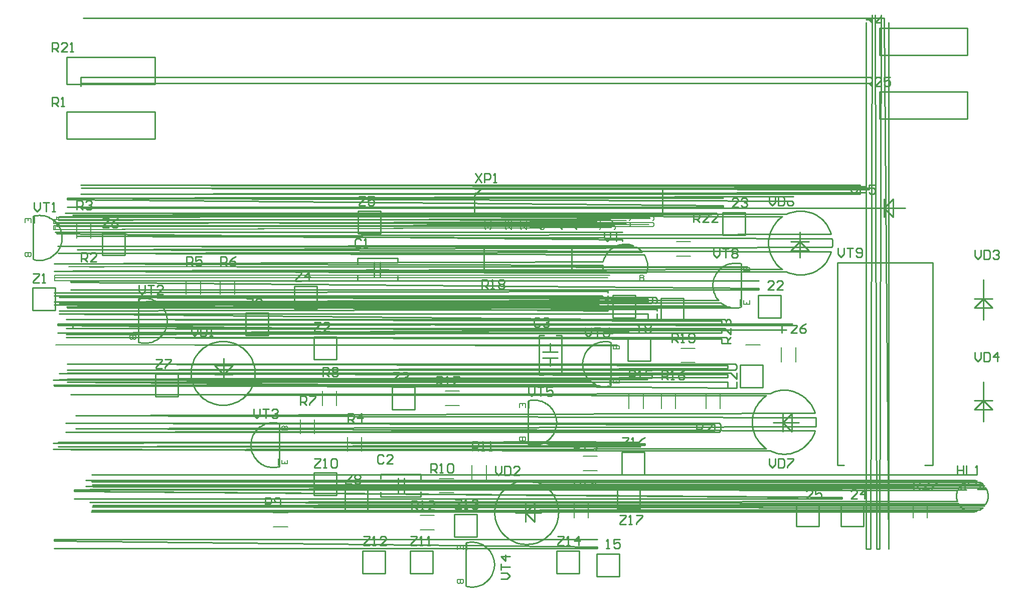
<source format=gto>
%FSTAX23Y23*%
%MOMM*%
%SFA1B1*%

%IPPOS*%
%ADD19C,0.253999*%
%ADD20C,0.200000*%
%ADD21R,0.127000X1.269997*%
%ADD22R,1.269997X0.127000*%
%LNpcbbyb2aver3-1*%
%LPD*%
G54D19*
X138897Y31499D02*
D01*
X138884Y31876*
X138845Y32251*
X13878Y32622*
X138688Y32987*
X138572Y33346*
X138431Y33695*
X138266Y34034*
X138077Y3436*
X137867Y34672*
X137635Y34969*
X137382Y35249*
X137111Y35511*
X136823Y35753*
X136518Y35975*
X136198Y36174*
X135866Y36351*
X135522Y36504*
X135168Y36633*
X134805Y36737*
X134437Y36815*
X134064Y36868*
X133688Y36894*
X133311*
X132935Y36868*
X132562Y36815*
X132194Y36737*
X131831Y36633*
X131477Y36504*
X131133Y36351*
X1308Y36174*
X130481Y35975*
X130176Y35753*
X129888Y35511*
X129616Y35249*
X129364Y34969*
X129132Y34672*
X128922Y3436*
X128733Y34034*
X128568Y33695*
X128427Y33346*
X128311Y32987*
X128219Y32622*
X128154Y32251*
X128115Y31876*
X128101Y31499*
X128115Y31123*
X128154Y30748*
X128219Y30377*
X128311Y30012*
X128427Y29653*
X128568Y29304*
X128733Y28965*
X128922Y28639*
X129132Y28327*
X129364Y2803*
X129616Y2775*
X129888Y27488*
X130176Y27246*
X130481Y27024*
X1308Y26825*
X131133Y26648*
X131477Y26495*
X131831Y26366*
X132194Y26262*
X132562Y26183*
X132935Y26131*
X133311Y26105*
X133688*
X134064Y26131*
X134437Y26183*
X134805Y26262*
X135168Y26366*
X135522Y26495*
X135866Y26648*
X136198Y26825*
X136518Y27024*
X136823Y27246*
X137111Y27488*
X137382Y2775*
X137635Y2803*
X137867Y28327*
X138077Y28639*
X138266Y28965*
X138431Y29304*
X138572Y29653*
X138688Y30012*
X13878Y30377*
X138845Y30748*
X138884Y31123*
X138897Y31499*
X79729Y0378D02*
D01*
X79987Y03717*
X80248Y03672*
X80511Y03645*
X80776Y03637*
X8104Y03647*
X81303Y03676*
X81564Y03723*
X81821Y03787*
X82072Y0387*
X82318Y0397*
X82555Y04087*
X82784Y0422*
X83003Y04369*
X83211Y04533*
X83407Y0471*
X83591Y04901*
X8376Y05105*
X83915Y0532*
X84055Y05545*
X84178Y05779*
X84285Y06021*
X84375Y0627*
X84447Y06525*
X84501Y06784*
X84537Y07047*
X84555Y07311*
X84554Y07576*
X84535Y0784*
X84497Y08102*
X84441Y08361*
X84367Y08615*
X84276Y08863*
X84167Y09105*
X84042Y09338*
X83901Y09562*
X83745Y09776*
X83574Y09978*
X83389Y10168*
X83192Y10345*
X82983Y10507*
X82763Y10654*
X82533Y10786*
X82295Y10901*
X82049Y11*
X81797Y11081*
X8154Y11144*
X81279Y11189*
X81015Y11216*
X80751Y11224*
X80486Y11214*
X80223Y11186*
X79962Y11139*
X79733Y11082*
X126269Y58218D02*
D01*
X126012Y58282*
X125751Y58327*
X125488Y58354*
X125223Y58362*
X124959Y58352*
X124695Y58323*
X124435Y58276*
X124178Y58212*
X123927Y58129*
X123681Y58029*
X123444Y57912*
X123215Y57779*
X122996Y5763*
X122788Y57466*
X122592Y57289*
X122408Y57097*
X122239Y56894*
X122084Y56679*
X121944Y56454*
X121821Y5622*
X121714Y55978*
X121624Y55729*
X121552Y55474*
X121498Y55215*
X121462Y54952*
X121444Y54688*
X121445Y54423*
X121464Y54159*
X121502Y53897*
X121558Y53638*
X121632Y53384*
X121723Y53136*
X121832Y52894*
X121957Y52661*
X122098Y52437*
X122254Y52223*
X122425Y52021*
X12261Y51831*
X122807Y51654*
X123016Y51492*
X123236Y51345*
X123466Y51213*
X123704Y51098*
X12395Y50999*
X124202Y50918*
X124459Y50855*
X12472Y5081*
X124984Y50783*
X125248Y50775*
X125513Y50785*
X125776Y50813*
X126037Y5086*
X126265Y50917*
X110278Y56729D02*
D01*
X110342Y56987*
X110387Y57248*
X110414Y57511*
X110422Y57776*
X110412Y5804*
X110383Y58303*
X110336Y58564*
X110272Y58821*
X110189Y59072*
X110089Y59318*
X109972Y59555*
X109839Y59784*
X10969Y60003*
X109526Y60211*
X109349Y60407*
X109157Y60591*
X108954Y6076*
X108739Y60915*
X108514Y61055*
X10828Y61178*
X108038Y61285*
X107789Y61375*
X107534Y61447*
X107275Y61501*
X107012Y61537*
X106748Y61555*
X106483Y61554*
X106219Y61535*
X105957Y61497*
X105698Y61441*
X105444Y61367*
X105196Y61276*
X104954Y61167*
X104721Y61042*
X104497Y60901*
X104283Y60745*
X104081Y60574*
X103891Y60389*
X103714Y60192*
X103552Y59983*
X103405Y59763*
X103273Y59533*
X103158Y59295*
X103059Y59049*
X102978Y58797*
X102915Y5854*
X10287Y58279*
X102843Y58015*
X102835Y57751*
X102845Y57486*
X102873Y57223*
X10292Y56962*
X102977Y56733*
X104269Y44968D02*
D01*
X104012Y45032*
X103751Y45077*
X103488Y45104*
X103223Y45112*
X102959Y45102*
X102696Y45073*
X102435Y45026*
X102178Y44962*
X101927Y44879*
X101681Y44779*
X101444Y44662*
X101215Y44529*
X100996Y4438*
X100788Y44216*
X100592Y44039*
X100408Y43847*
X100239Y43644*
X100084Y43429*
X99944Y43204*
X99821Y4297*
X99714Y42728*
X99624Y42479*
X99552Y42224*
X99498Y41965*
X99462Y41702*
X99444Y41438*
X99445Y41173*
X99464Y40909*
X99502Y40647*
X99558Y40388*
X99632Y40134*
X99723Y39886*
X99832Y39644*
X99957Y39411*
X100098Y39187*
X100254Y38973*
X100425Y38771*
X10061Y38581*
X100807Y38404*
X101016Y38242*
X101236Y38095*
X101466Y37963*
X101704Y37848*
X10195Y37749*
X102202Y37668*
X102459Y37605*
X10272Y3756*
X102984Y37533*
X103248Y37525*
X103513Y37535*
X103776Y37563*
X104037Y3761*
X104265Y37667*
X90229Y2778D02*
D01*
X90487Y27717*
X90748Y27672*
X91011Y27645*
X91276Y27637*
X9154Y27647*
X91803Y27676*
X92064Y27722*
X92321Y27787*
X92572Y2787*
X92818Y2797*
X93055Y28087*
X93284Y2822*
X93503Y28369*
X93711Y28533*
X93907Y2871*
X94091Y28901*
X9426Y29105*
X94415Y2932*
X94555Y29545*
X94678Y29779*
X94785Y30021*
X94875Y3027*
X94947Y30525*
X95001Y30784*
X95037Y31047*
X95055Y31311*
X95054Y31576*
X95035Y3184*
X94997Y32102*
X94941Y32361*
X94867Y32615*
X94776Y32863*
X94667Y33105*
X94542Y33338*
X94401Y33562*
X94245Y33776*
X94074Y33978*
X93889Y34168*
X93692Y34345*
X93483Y34507*
X93263Y34654*
X93033Y34786*
X92795Y34901*
X92549Y35*
X92297Y35081*
X9204Y35144*
X91779Y35189*
X91515Y35216*
X91251Y35224*
X90986Y35214*
X90723Y35186*
X90462Y35139*
X90233Y35082*
X48269Y31278D02*
D01*
X48012Y31342*
X47751Y31387*
X47488Y31414*
X47223Y31422*
X46959Y31412*
X46695Y31383*
X46435Y31336*
X46178Y31272*
X45927Y31189*
X45681Y31089*
X45444Y30972*
X45215Y30839*
X44996Y3069*
X44788Y30526*
X44592Y30349*
X44408Y30157*
X44239Y29954*
X44084Y29739*
X43944Y29514*
X43821Y2928*
X43714Y29038*
X43624Y28789*
X43552Y28534*
X43498Y28275*
X43462Y28012*
X43444Y27748*
X43445Y27483*
X43464Y27219*
X43502Y26957*
X43558Y26698*
X43632Y26444*
X43723Y26196*
X43832Y25954*
X43957Y25721*
X44098Y25497*
X44254Y25283*
X44425Y25081*
X4461Y24891*
X44807Y24714*
X45016Y24552*
X45236Y24405*
X45466Y24273*
X45704Y24158*
X4595Y24059*
X46202Y23978*
X46459Y23915*
X4672Y2387*
X46984Y23843*
X47248Y23835*
X47513Y23845*
X47776Y23873*
X48037Y2392*
X48265Y23977*
X24479Y4497D02*
D01*
X24737Y44907*
X24998Y44862*
X25261Y44835*
X25526Y44827*
X2579Y44837*
X26053Y44866*
X26314Y44912*
X26571Y44977*
X26822Y4506*
X27068Y4516*
X27305Y45277*
X27534Y4541*
X27753Y45559*
X27961Y45723*
X28157Y459*
X28341Y46091*
X2851Y46295*
X28665Y4651*
X28805Y46735*
X28928Y46969*
X29035Y47211*
X29125Y4746*
X29197Y47715*
X29251Y47974*
X29287Y48237*
X29305Y48501*
X29304Y48766*
X29285Y4903*
X29247Y49292*
X29191Y49551*
X29117Y49805*
X29026Y50053*
X28917Y50295*
X28792Y50528*
X28651Y50752*
X28495Y50966*
X28324Y51168*
X28139Y51358*
X27942Y51535*
X27733Y51697*
X27513Y51844*
X27283Y51976*
X27045Y52091*
X26799Y5219*
X26547Y52271*
X2629Y52334*
X26029Y52379*
X25765Y52406*
X25501Y52414*
X25236Y52404*
X24973Y52376*
X24712Y52329*
X24483Y52272*
X06729Y5897D02*
D01*
X06987Y58907*
X07248Y58862*
X07511Y58835*
X07776Y58827*
X0804Y58837*
X08303Y58866*
X08564Y58912*
X08821Y58977*
X09072Y5906*
X09318Y5916*
X09555Y59277*
X09784Y5941*
X10003Y59559*
X10211Y59723*
X10407Y599*
X10591Y60092*
X1076Y60295*
X10915Y6051*
X11055Y60735*
X11178Y60969*
X11285Y61211*
X11375Y6146*
X11447Y61715*
X11501Y61974*
X11537Y62237*
X11555Y62501*
X11554Y62766*
X11535Y6303*
X11497Y63292*
X11441Y63551*
X11367Y63805*
X11276Y64053*
X11167Y64295*
X11042Y64528*
X10901Y64752*
X10745Y64966*
X10574Y65168*
X10389Y65358*
X10192Y65535*
X09983Y65697*
X09763Y65844*
X09533Y65976*
X09295Y66091*
X09049Y6619*
X08797Y66271*
X0854Y66334*
X08279Y66379*
X08015Y66406*
X07751Y66414*
X07486Y66404*
X07223Y66376*
X06962Y66329*
X06733Y66272*
X95397Y16249D02*
D01*
X95384Y16626*
X95345Y17001*
X9528Y17372*
X95188Y17737*
X95072Y18096*
X94931Y18445*
X94766Y18784*
X94577Y1911*
X94367Y19422*
X94135Y19719*
X93882Y19999*
X93611Y20261*
X93323Y20503*
X93018Y20725*
X92698Y20924*
X92366Y21101*
X92022Y21254*
X91668Y21383*
X91305Y21487*
X90937Y21565*
X90564Y21618*
X90188Y21644*
X89811*
X89435Y21618*
X89062Y21565*
X88694Y21487*
X88331Y21383*
X87977Y21254*
X87633Y21101*
X873Y20924*
X86981Y20725*
X86676Y20503*
X86388Y20261*
X86116Y19999*
X85864Y19719*
X85632Y19422*
X85422Y1911*
X85233Y18784*
X85068Y18445*
X84927Y18096*
X84811Y17737*
X84719Y17372*
X84654Y17001*
X84615Y16626*
X84601Y16249*
X84615Y15873*
X84654Y15498*
X84719Y15127*
X84811Y14762*
X84927Y14403*
X85068Y14054*
X85233Y13715*
X85422Y13389*
X85632Y13077*
X85864Y1278*
X86116Y125*
X86388Y12238*
X86676Y11996*
X86981Y11774*
X873Y11575*
X87633Y11398*
X87977Y11245*
X88331Y11116*
X88694Y11012*
X89062Y10933*
X89435Y10881*
X89811Y10855*
X90188*
X90564Y10881*
X90937Y10933*
X91305Y11012*
X91668Y11116*
X92022Y11245*
X92366Y11398*
X92698Y11575*
X93018Y11774*
X93323Y11996*
X93611Y12238*
X93882Y125*
X94135Y1278*
X94367Y13077*
X94577Y13389*
X94766Y13715*
X94931Y14054*
X95072Y14403*
X95188Y14762*
X9528Y15127*
X95345Y15498*
X95384Y15873*
X95397Y16249*
X167919Y19019D02*
D01*
X167913Y19206*
X167894Y19391*
X167861Y19575*
X167816Y19755*
X167758Y19933*
X167689Y20105*
X167607Y20273*
X167514Y20434*
X16741Y20589*
X167295Y20736*
X16717Y20874*
X167036Y21004*
X166893Y21123*
X166743Y21233*
X166584Y21332*
X16642Y21419*
X16625Y21495*
X166075Y21559*
X165895Y2161*
X165713Y21649*
X165529Y21675*
X165343Y21688*
X165156*
X16497Y21675*
X164786Y21649*
X164604Y2161*
X164424Y21559*
X164249Y21495*
X164079Y21419*
X163914Y21332*
X163756Y21233*
X163606Y21123*
X163463Y21004*
X163329Y20874*
X163204Y20736*
X163089Y20589*
X162985Y20434*
X162892Y20273*
X16281Y20105*
X162741Y19933*
X162683Y19755*
X162638Y19575*
X162605Y19391*
X162586Y19206*
X162579Y19019*
X162586Y18833*
X162605Y18648*
X162638Y18464*
X162683Y18284*
X162741Y18106*
X16281Y17934*
X162892Y17766*
X162985Y17605*
X163089Y1745*
X163204Y17303*
X163329Y17165*
X163463Y17035*
X163606Y16915*
X163756Y16806*
X163914Y16707*
X164079Y1662*
X164249Y16544*
X164424Y1648*
X164604Y16429*
X164786Y1639*
X16497Y16364*
X165156Y16351*
X165343*
X165529Y16364*
X165713Y1639*
X165895Y16429*
X166075Y1648*
X16625Y16544*
X16642Y1662*
X166584Y16707*
X166743Y16806*
X166893Y16915*
X167036Y17035*
X16717Y17165*
X167295Y17303*
X16741Y1745*
X167514Y17605*
X167607Y17766*
X167689Y17934*
X167758Y18106*
X167816Y18284*
X167861Y18464*
X167894Y18648*
X167913Y18833*
X167919Y19019*
X44147Y39749D02*
D01*
X44134Y40126*
X44095Y40501*
X4403Y40872*
X43938Y41237*
X43822Y41596*
X43681Y41945*
X43516Y42284*
X43327Y4261*
X43117Y42922*
X42885Y43219*
X42632Y43499*
X42361Y43761*
X42073Y44003*
X41768Y44225*
X41448Y44424*
X41116Y44601*
X40772Y44754*
X40418Y44883*
X40055Y44987*
X39687Y45065*
X39314Y45118*
X38938Y45144*
X38561*
X38185Y45118*
X37812Y45065*
X37444Y44987*
X37081Y44883*
X36727Y44754*
X36383Y44601*
X3605Y44424*
X35731Y44225*
X35426Y44003*
X35138Y43761*
X34866Y43499*
X34614Y43219*
X34382Y42922*
X34172Y4261*
X33983Y42284*
X33818Y41945*
X33677Y41596*
X33561Y41237*
X33469Y40872*
X33404Y40501*
X33365Y40126*
X33351Y39749*
X33365Y39373*
X33404Y38998*
X33469Y38627*
X33561Y38262*
X33677Y37903*
X33818Y37554*
X33983Y37215*
X34172Y36889*
X34382Y36577*
X34614Y3628*
X34866Y36*
X35138Y35738*
X35426Y35496*
X35731Y35274*
X3605Y35075*
X36383Y34898*
X36727Y34745*
X37081Y34616*
X37444Y34512*
X37812Y34433*
X38185Y34381*
X38561Y34355*
X38938*
X39314Y34381*
X39687Y34433*
X40055Y34512*
X40418Y34616*
X40772Y34745*
X41116Y34898*
X41448Y35075*
X41768Y35274*
X42073Y35496*
X42361Y35738*
X42632Y36*
X42885Y3628*
X43117Y36577*
X43327Y36889*
X43516Y37215*
X43681Y37554*
X43822Y37903*
X43938Y38262*
X4403Y38627*
X44095Y38998*
X44134Y39373*
X44147Y39749*
X141647Y61749D02*
D01*
X141634Y62126*
X141595Y62501*
X14153Y62872*
X141438Y63237*
X141322Y63596*
X141181Y63945*
X141016Y64284*
X140827Y6461*
X140617Y64922*
X140385Y65219*
X140132Y65499*
X139861Y65761*
X139573Y66003*
X139268Y66225*
X138948Y66424*
X138616Y66601*
X138272Y66754*
X137918Y66883*
X137555Y66987*
X137187Y67065*
X136814Y67118*
X136438Y67144*
X136061*
X135685Y67118*
X135312Y67065*
X134944Y66987*
X134581Y66883*
X134227Y66754*
X133883Y66601*
X13355Y66424*
X133231Y66225*
X132926Y66003*
X132638Y65761*
X132366Y65499*
X132114Y65219*
X131882Y64922*
X131672Y6461*
X131483Y64284*
X131318Y63945*
X131177Y63596*
X131061Y63237*
X130969Y62872*
X130904Y62501*
X130865Y62126*
X130851Y61749*
X130865Y61373*
X130904Y60998*
X130969Y60627*
X131061Y60262*
X131177Y59903*
X131318Y59554*
X131483Y59215*
X131672Y58889*
X131882Y58577*
X132114Y5828*
X132366Y58*
X132638Y57738*
X132926Y57496*
X133231Y57274*
X13355Y57075*
X133883Y56898*
X134227Y56745*
X134581Y56616*
X134944Y56512*
X135312Y56433*
X135685Y56381*
X136061Y56355*
X136438*
X136814Y56381*
X137187Y56433*
X137555Y56512*
X137918Y56616*
X138272Y56745*
X138616Y56898*
X138948Y57075*
X139268Y57274*
X139573Y57496*
X139861Y57738*
X140132Y58*
X140385Y5828*
X140617Y58577*
X140827Y58889*
X141016Y59215*
X141181Y59554*
X141322Y59903*
X141438Y60262*
X14153Y60627*
X141595Y60998*
X141634Y61373*
X141647Y61749*
X82794Y56709D02*
Y61281D01*
X97653Y56709D02*
Y61281D01*
X82794D02*
X97653D01*
X82794Y56709D02*
X97653D01*
X112725Y48594D02*
Y52404D01*
Y48594D02*
X116535D01*
Y52404*
X112725D02*
X116535D01*
X104594Y49094D02*
Y52904D01*
Y49094D02*
X108404D01*
Y52904*
X104594D02*
X108404D01*
X134832Y30229D02*
Y32896D01*
X133308Y31372D02*
X134832Y32896D01*
Y29848D02*
Y30229D01*
X133308Y29848D02*
Y32896D01*
X131657Y31372D02*
X133308D01*
X134832Y29848*
X133308Y31372D02*
X135975D01*
X126094Y37344D02*
Y41154D01*
Y37344D02*
X129904D01*
Y41154*
X126094D02*
X129904D01*
X79729Y0378D02*
Y11019D01*
X124Y79336D02*
X27259D01*
X124Y83908D02*
X27259D01*
Y79336D02*
Y83908D01*
X124Y79336D02*
Y83908D01*
X126269Y58218D02*
Y50979D01*
X103039Y56729D02*
X110278D01*
X104269Y37729D02*
Y44968D01*
X90229Y2778D02*
Y35019D01*
X48269Y24039D02*
Y31278D01*
X24479Y4497D02*
Y52209D01*
X06729Y5897D02*
Y66209D01*
X105344Y16844D02*
X109154D01*
Y20654*
X105344D02*
X109154D01*
X105344Y16844D02*
Y20654D01*
X101844Y05404D02*
Y09214D01*
Y05404D02*
X105654D01*
Y09214*
X101844D02*
X105654D01*
X67344Y33594D02*
Y37404D01*
Y33594D02*
X71154D01*
Y37404*
X67344D02*
X71154D01*
X54094Y42094D02*
Y45904D01*
Y42094D02*
X57904D01*
Y45904*
X54094D02*
X57904D01*
X91332Y14979D02*
Y17646D01*
X89808Y16122D02*
X91332Y17646D01*
Y14598D02*
Y14979D01*
X89808Y14598D02*
Y17646D01*
X88157Y16122D02*
X89808D01*
X91332Y14598*
X89808Y16122D02*
X92475D01*
X95094Y05904D02*
Y09714D01*
Y05904D02*
X98904D01*
Y09714*
X95094D02*
X98904D01*
X42594Y46094D02*
Y49904D01*
Y46094D02*
X46404D01*
Y49904*
X42594D02*
X46404D01*
X54094Y19101D02*
Y22911D01*
Y19101D02*
X57904D01*
Y22911*
X54094D02*
X57904D01*
X107094Y41844D02*
Y45654D01*
Y41844D02*
X110904D01*
Y45654*
X107094D02*
X110904D01*
X143134Y13844D02*
Y17654D01*
Y13844D02*
X146944D01*
Y17654*
X143134D02*
X146944D01*
X93999Y40926D02*
Y42323D01*
X92729D02*
X95269D01*
X92729Y43339D02*
X95269D01*
X93999D02*
Y44736D01*
X92094Y39402D02*
Y46133D01*
Y39402D02*
X92856D01*
X92094Y46133D02*
X92983D01*
X95015D02*
X95904D01*
X95142Y39402D02*
X95904D01*
Y46133*
X70344Y05904D02*
Y09714D01*
Y05904D02*
X74154D01*
Y09714*
X70344D02*
X74154D01*
X129094Y49094D02*
Y52904D01*
Y49094D02*
X132904D01*
Y52904*
X129094D02*
X132904D01*
X22154Y59644D02*
Y63454D01*
X18344D02*
X22154D01*
X18344Y59644D02*
Y63454D01*
Y59644D02*
X22154D01*
X163344Y20035D02*
Y2067D01*
X163979Y21178D02*
Y20035D01*
X164614Y21051D02*
Y21432D01*
X165249Y21305D02*
Y21689D01*
X165884Y21051D02*
Y21559D01*
X166519Y20289D02*
Y21305D01*
X167154Y20797D02*
Y20162D01*
X166138D02*
X167535D01*
X162836Y20035D02*
X164233D01*
X142499Y24245D02*
X143642D01*
X142499D02*
Y58408D01*
X158628*
Y24245D02*
Y58408D01*
X157231Y24245D02*
X158628D01*
X135594Y13844D02*
Y17654D01*
Y13844D02*
X139404D01*
Y17654*
X135594D02*
X139404D01*
X165979Y33559D02*
X168646D01*
X167122Y35083D02*
X168646Y33559D01*
X165598D02*
X165979D01*
X165598Y35083D02*
X168646D01*
X167122D02*
Y38258D01*
X165598Y33559D02*
X167122Y35083D01*
Y31527D02*
Y35083D01*
X62344Y05904D02*
Y09714D01*
Y05904D02*
X66154D01*
Y09714*
X62344D02*
X66154D01*
X37352Y41082D02*
X40019D01*
X37352D02*
X38876Y39558D01*
X40019Y41082D02*
X404D01*
X37352Y39558D02*
X404D01*
X38876Y37907D02*
Y39558D01*
X404Y41082*
X38876Y39558D02*
Y42225D01*
X66926Y20749D02*
X68323D01*
Y19479D02*
Y22019D01*
X69339Y19479D02*
Y22019D01*
Y20749D02*
X70736D01*
X65402Y22654D02*
X72133D01*
X65402Y21892D02*
Y22654D01*
X72133Y21765D02*
Y22654D01*
Y19733D02*
Y18844D01*
X65402D02*
Y19606D01*
Y18844D02*
X72133D01*
X106094Y22594D02*
X109904D01*
Y26404*
X106094D02*
X109904D01*
X106094Y22594D02*
Y26404D01*
X165979Y50809D02*
X168646D01*
X167122Y52333D02*
X168646Y50809D01*
X165598D02*
X165979D01*
X165598Y52333D02*
X168646D01*
X167122D02*
Y55508D01*
X165598Y50809D02*
X167122Y52333D01*
Y48777D02*
Y52333D01*
X77844Y12094D02*
Y15904D01*
Y12094D02*
X81654D01*
Y15904*
X77844D02*
X81654D01*
X123094Y63094D02*
Y66904D01*
Y63094D02*
X126904D01*
Y66904*
X123094D02*
X126904D01*
X134979Y60416D02*
X137646D01*
X136122Y6194D02*
X137646Y60416D01*
X134598D02*
X134979D01*
X134598Y6194D02*
X137646D01*
X136122D02*
Y63591D01*
X134598Y60416D02*
X136122Y6194D01*
Y59273D02*
Y6194D01*
X31154Y35844D02*
Y39654D01*
X27344D02*
X31154D01*
X27344Y35844D02*
Y39654D01*
Y35844D02*
X31154D01*
X06594Y50344D02*
Y54154D01*
Y50344D02*
X10404D01*
Y54154*
X06594D02*
X10404D01*
X151939Y66479D02*
Y69146D01*
X150415Y67622D02*
X151939Y69146D01*
Y66098D02*
Y66479D01*
X150415Y66098D02*
Y69146D01*
X14724Y67622D02*
X150415D01*
X151939Y66098*
X150415Y67622D02*
X153971D01*
X124Y88586D02*
Y93158D01*
X27259D02*
Y88586D01*
X124Y93158D02*
X27259D01*
X124Y88586D02*
X27259D01*
X164454Y93467D02*
Y98039D01*
X149595Y93467D02*
Y98039D01*
Y93467D02*
X164454D01*
X149595Y98039D02*
X164454D01*
X81209Y67864D02*
Y69769D01*
X82479Y71039*
X112959*
Y70023D02*
Y71039D01*
Y66594D02*
Y70023D01*
X81209Y66594D02*
X112959D01*
X81209D02*
Y67864D01*
X164454Y82717D02*
Y87289D01*
X149595Y82717D02*
Y87289D01*
Y82717D02*
X164454D01*
X149595Y87289D02*
X164454D01*
X61595Y63344D02*
Y67154D01*
Y63344D02*
X65405D01*
Y67154*
X61595D02*
X65405D01*
X65305Y57249D02*
X66702D01*
X65305Y55979D02*
Y58519D01*
X64289Y55979D02*
Y58519D01*
X62892Y57249D02*
X64289D01*
X61495Y55344D02*
X68226D01*
Y56106*
X61495Y55344D02*
Y56233D01*
Y59154D02*
Y58265D01*
X68226Y58392D02*
Y59154D01*
X61495D02*
X68226D01*
X50844Y50594D02*
Y54404D01*
Y50594D02*
X54654D01*
Y54404*
X50844D02*
X54654D01*
X59344Y16344D02*
Y20154D01*
Y16344D02*
X63154D01*
Y20154*
X59344D02*
X63154D01*
X62106Y62256D02*
X61852Y6251D01*
X61345*
X61091Y62256*
Y6124*
X61345Y60986*
X61852*
X62106Y6124*
X62614Y60986D02*
X63122D01*
X62868*
Y6251*
X62614Y62256*
X65856Y25707D02*
X65602Y25961D01*
X65094*
X6484Y25707*
Y24691*
X65094Y24437*
X65602*
X65856Y24691*
X6738Y24437D02*
X66364D01*
X6738Y25453*
Y25707*
X67126Y25961*
X66618*
X66364Y25707*
X92336Y48803D02*
X92082Y49057D01*
X91574*
X9132Y48803*
Y47788*
X91574Y47534*
X92082*
X92336Y47788*
X92844Y48803D02*
X93098Y49057D01*
X93606*
X9386Y48803*
Y48549*
X93606Y48295*
X93352*
X93606*
X9386Y48041*
Y47788*
X93606Y47534*
X93098*
X92844Y47788*
X162715Y24101D02*
Y22578D01*
Y23339*
X163731*
Y24101*
Y22578*
X164238Y24101D02*
Y22578D01*
X165254*
X165762D02*
X16627D01*
X166016*
Y24101*
X165762Y23847*
X09905Y84806D02*
Y8633D01*
X10666*
X1092Y86076*
Y85568*
X10666Y85314*
X09905*
X10412D02*
X1092Y84806D01*
X11428D02*
X11936D01*
X11682*
Y8633*
X11428Y86076*
X14803Y58605D02*
Y60129D01*
X15565*
X15819Y59875*
Y59367*
X15565Y59113*
X14803*
X15311D02*
X15819Y58605D01*
X17343D02*
X16327D01*
X17343Y59621*
Y59875*
X17089Y60129*
X16581*
X16327Y59875*
X14098Y67413D02*
Y68937D01*
X14859*
X15113Y68683*
Y68175*
X14859Y67921*
X14098*
X14605D02*
X15113Y67413D01*
X15621Y68683D02*
X15875Y68937D01*
X16383*
X16637Y68683*
Y68429*
X16383Y68175*
X16129*
X16383*
X16637Y67921*
Y67667*
X16383Y67413*
X15875*
X15621Y67667*
X59864Y31415D02*
Y32938D01*
X60626*
X6088Y32684*
Y32177*
X60626Y31923*
X59864*
X60372D02*
X6088Y31415D01*
X6215D02*
Y32938D01*
X61388Y32177*
X62404*
X32614Y57917D02*
Y5944D01*
X33376*
X3363Y59186*
Y58679*
X33376Y58425*
X32614*
X33122D02*
X3363Y57917D01*
X35153Y5944D02*
X34138D01*
Y58679*
X34646Y58933*
X349*
X35153Y58679*
Y58171*
X349Y57917*
X34392*
X34138Y58171*
X3836Y57914D02*
Y59438D01*
X39122*
X39376Y59184*
Y58676*
X39122Y58422*
X3836*
X38868D02*
X39376Y57914D01*
X40899Y59438D02*
X40391Y59184D01*
X39884Y58676*
Y58168*
X40137Y57914*
X40645*
X40899Y58168*
Y58422*
X40645Y58676*
X39884*
X51849Y34404D02*
Y35927D01*
X5261*
X52864Y35673*
Y35166*
X5261Y34912*
X51849*
X52356D02*
X52864Y34404D01*
X53372Y35927D02*
X54388D01*
Y35673*
X53372Y34658*
Y34404*
X556Y39159D02*
Y40683D01*
X56362*
X56616Y40429*
Y39921*
X56362Y39667*
X556*
X56108D02*
X56616Y39159D01*
X57123Y40429D02*
X57377Y40683D01*
X57885*
X58139Y40429*
Y40175*
X57885Y39921*
X58139Y39667*
Y39413*
X57885Y39159*
X57377*
X57123Y39413*
Y39667*
X57377Y39921*
X57123Y40175*
Y40429*
X57377Y39921D02*
X57885D01*
X45863Y17153D02*
Y18676D01*
X46625*
X46879Y18422*
Y17915*
X46625Y17661*
X45863*
X46371D02*
X46879Y17153D01*
X47386Y17407D02*
X4764Y17153D01*
X48148*
X48402Y17407*
Y18422*
X48148Y18676*
X4764*
X47386Y18422*
Y18169*
X4764Y17915*
X48402*
X73858Y22917D02*
Y24441D01*
X7462*
X74874Y24187*
Y23679*
X7462Y23425*
X73858*
X74366D02*
X74874Y22917D01*
X75382D02*
X7589D01*
X75636*
Y24441*
X75382Y24187*
X76651D02*
X76905Y24441D01*
X77413*
X77667Y24187*
Y23171*
X77413Y22917*
X76905*
X76651Y23171*
Y24187*
X8085Y26667D02*
Y28191D01*
X81612*
X81866Y27937*
Y27429*
X81612Y27175*
X8085*
X81358D02*
X81866Y26667D01*
X82374D02*
X82881D01*
X82627*
Y28191*
X82374Y27937*
X83643Y26667D02*
X84151D01*
X83897*
Y28191*
X83643Y27937*
X70597Y16676D02*
Y18199D01*
X71358*
X71612Y17945*
Y17437*
X71358Y17183*
X70597*
X71104D02*
X71612Y16676D01*
X7212D02*
X72628D01*
X72374*
Y18199*
X7212Y17945*
X74405Y16676D02*
X7339D01*
X74405Y17691*
Y17945*
X74151Y18199*
X73644*
X7339Y17945*
X98097Y26668D02*
Y28192D01*
X98859*
X99113Y27938*
Y2743*
X98859Y27176*
X98097*
X98605D02*
X99113Y26668D01*
X9962D02*
X100128D01*
X99874*
Y28192*
X9962Y27938*
X10089D02*
X101144Y28192D01*
X101652*
X101906Y27938*
Y27684*
X101652Y2743*
X101398*
X101652*
X101906Y27176*
Y26922*
X101652Y26668*
X101144*
X10089Y26922*
X98098Y20153D02*
Y21676D01*
X9886*
X99114Y21422*
Y20914*
X9886Y2066*
X98098*
X98606D02*
X99114Y20153D01*
X99622D02*
X100129D01*
X99875*
Y21676*
X99622Y21422*
X101653Y20153D02*
Y21676D01*
X100891Y20914*
X101907*
X107345Y38661D02*
Y40185D01*
X108107*
X108361Y39931*
Y39423*
X108107Y39169*
X107345*
X107853D02*
X108361Y38661D01*
X108869D02*
X109376D01*
X109122*
Y40185*
X108869Y39931*
X111154Y40185D02*
X110138D01*
Y39423*
X110646Y39677*
X1109*
X111154Y39423*
Y38915*
X1109Y38661*
X110392*
X110138Y38915*
X112844Y3867D02*
Y40193D01*
X113605*
X113859Y39939*
Y39431*
X113605Y39178*
X112844*
X113352D02*
X113859Y3867D01*
X114367D02*
X114875D01*
X114621*
Y40193*
X114367Y39939*
X116653Y40193D02*
X116145Y39939D01*
X115637Y39431*
Y38924*
X115891Y3867*
X116399*
X116653Y38924*
Y39178*
X116399Y39431*
X115637*
X74856Y37669D02*
Y39193D01*
X75617*
X75871Y38939*
Y38431*
X75617Y38177*
X74856*
X75363D02*
X75871Y37669D01*
X76379D02*
X76887D01*
X76633*
Y39193*
X76379Y38939*
X77649Y39193D02*
X78664D01*
Y38939*
X77649Y37923*
Y37669*
X82499Y53999D02*
Y55523D01*
X83261*
X83515Y55269*
Y54761*
X83261Y54507*
X82499*
X83007D02*
X83515Y53999D01*
X84023D02*
X84531D01*
X84277*
Y55523*
X84023Y55269*
X85293D02*
X85546Y55523D01*
X86054*
X86308Y55269*
Y55015*
X86054Y54761*
X86308Y54507*
Y54253*
X86054Y53999*
X85546*
X85293Y54253*
Y54507*
X85546Y54761*
X85293Y55015*
Y55269*
X85546Y54761D02*
X86054D01*
X114597Y44916D02*
Y4644D01*
X115359*
X115613Y46186*
Y45678*
X115359Y45424*
X114597*
X115105D02*
X115613Y44916D01*
X116121D02*
X116629D01*
X116375*
Y4644*
X116121Y46186*
X117391Y4517D02*
X117644Y44916D01*
X118152*
X118406Y4517*
Y46186*
X118152Y4644*
X117644*
X117391Y46186*
Y45932*
X117644Y45678*
X118406*
X118749Y29749D02*
Y31273D01*
X119511*
X119765Y31019*
Y30511*
X119511Y30257*
X118749*
X119257D02*
X119765Y29749D01*
X121289D02*
X120273D01*
X121289Y30765*
Y31019*
X121035Y31273*
X120527*
X120273Y31019*
X121796D02*
X12205Y31273D01*
X122558*
X122812Y31019*
Y30003*
X122558Y29749*
X12205*
X121796Y30003*
Y31019*
X09905Y94052D02*
Y95575D01*
X10666*
X1092Y95321*
Y94813*
X10666Y94559*
X09905*
X10412D02*
X1092Y94052D01*
X12444D02*
X11428D01*
X12444Y95067*
Y95321*
X1219Y95575*
X11682*
X11428Y95321*
X12952Y94052D02*
X13459D01*
X13206*
Y95575*
X12952Y95321*
X118249Y65249D02*
Y66773D01*
X119011*
X119265Y66519*
Y66011*
X119011Y65757*
X118249*
X118757D02*
X119265Y65249D01*
X120789D02*
X119773D01*
X120789Y66265*
Y66519*
X120535Y66773*
X120027*
X119773Y66519*
X122312Y65249D02*
X121296D01*
X122312Y66265*
Y66519*
X122058Y66773*
X12155*
X121296Y66519*
X124499Y44749D02*
X122976D01*
Y45511*
X12323Y45765*
X123738*
X123992Y45511*
Y44749*
Y45257D02*
X124499Y45765D01*
Y47289D02*
Y46273D01*
X123484Y47289*
X12323*
X122976Y47035*
Y46527*
X12323Y46273*
Y47796D02*
X122976Y4805D01*
Y48558*
X12323Y48812*
X123484*
X123738Y48558*
Y48304*
Y48558*
X123992Y48812*
X124246*
X124499Y48558*
Y4805*
X124246Y47796*
X147347Y98936D02*
Y10046D01*
X148109*
X148363Y100206*
Y99698*
X148109Y99444*
X147347*
X147855D02*
X148363Y98936D01*
X149886D02*
X148871D01*
X149886Y99952*
Y100206*
X149632Y10046*
X149124*
X148871Y100206*
X151156Y98936D02*
Y10046D01*
X150394Y99698*
X15141*
X14735Y88187D02*
Y8971D01*
X148112*
X148366Y89456*
Y88948*
X148112Y88694*
X14735*
X147858D02*
X148366Y88187D01*
X149889D02*
X148873D01*
X149889Y89202*
Y89456*
X149635Y8971*
X149127*
X148873Y89456*
X151413Y8971D02*
X150397D01*
Y88948*
X150905Y89202*
X151159*
X151413Y88948*
Y88441*
X151159Y88187*
X150651*
X150397Y88441*
X133114Y46556D02*
Y4808D01*
X133876*
X13413Y47826*
Y47318*
X133876Y47064*
X133114*
X133622D02*
X13413Y46556D01*
X135654D02*
X134638D01*
X135654Y47572*
Y47826*
X1354Y4808*
X134892*
X134638Y47826*
X137177Y4808D02*
X136669Y47826D01*
X136161Y47318*
Y4681*
X136415Y46556*
X136923*
X137177Y4681*
Y47064*
X136923Y47318*
X136161*
X155358Y20151D02*
Y21675D01*
X15612*
X156374Y21421*
Y20913*
X15612Y20659*
X155358*
X155866D02*
X156374Y20151D01*
X157897D02*
X156882D01*
X157897Y21167*
Y21421*
X157644Y21675*
X157136*
X156882Y21421*
X158405Y21675D02*
X159421D01*
Y21421*
X158405Y20405*
Y20151*
X3349Y47568D02*
Y46552D01*
X33998Y46045*
X34506Y46552*
Y47568*
X35014D02*
Y46045D01*
X35776*
X3603Y46299*
Y47314*
X35776Y47568*
X35014*
X36537Y46045D02*
X37045D01*
X36791*
Y47568*
X36537Y47314*
X84732Y24062D02*
Y23046D01*
X8524Y22538*
X85748Y23046*
Y24062*
X86256D02*
Y22538D01*
X87018*
X87272Y22792*
Y23808*
X87018Y24062*
X86256*
X88795Y22538D02*
X87779D01*
X88795Y23554*
Y23808*
X88541Y24062*
X88033*
X87779Y23808*
X165738Y60499D02*
Y59483D01*
X166246Y58976*
X166754Y59483*
Y60499*
X167262D02*
Y58976D01*
X168023*
X168277Y59229*
Y60245*
X168023Y60499*
X167262*
X168785Y60245D02*
X169039Y60499D01*
X169547*
X169801Y60245*
Y59991*
X169547Y59737*
X169293*
X169547*
X169801Y59483*
Y59229*
X169547Y58976*
X169039*
X168785Y59229*
X165738Y43249D02*
Y42233D01*
X166246Y41726*
X166754Y42233*
Y43249*
X167262D02*
Y41726D01*
X168023*
X168277Y41979*
Y42995*
X168023Y43249*
X167262*
X169547Y41726D02*
Y43249D01*
X168785Y42487*
X169801*
X144805Y71552D02*
Y70537D01*
X145313Y70029*
X145821Y70537*
Y71552*
X146329D02*
Y70029D01*
X14709*
X147344Y70283*
Y71298*
X14709Y71552*
X146329*
X148868D02*
X147852D01*
Y70791*
X14836Y71045*
X148614*
X148868Y70791*
Y70283*
X148614Y70029*
X148106*
X147852Y70283*
X130975Y69553D02*
Y68537D01*
X131483Y68029*
X131991Y68537*
Y69553*
X132499D02*
Y68029D01*
X133261*
X133515Y68283*
Y69299*
X133261Y69553*
X132499*
X135038D02*
X13453Y69299D01*
X134022Y68791*
Y68283*
X134276Y68029*
X134784*
X135038Y68283*
Y68537*
X134784Y68791*
X134022*
X130999Y25273D02*
Y24257D01*
X131507Y23749*
X132015Y24257*
Y25273*
X132523D02*
Y23749D01*
X133285*
X133539Y24003*
Y25019*
X133285Y25273*
X132523*
X134046D02*
X135062D01*
Y25019*
X134046Y24003*
Y23749*
X0686Y68609D02*
Y67594D01*
X07368Y67086*
X07876Y67594*
Y68609*
X08384D02*
X09399D01*
X08892*
Y67086*
X09907D02*
X10415D01*
X10161*
Y68609*
X09907Y68355*
X24608Y54614D02*
Y53598D01*
X25116Y5309*
X25624Y53598*
Y54614*
X26132D02*
X27147D01*
X26639*
Y5309*
X28671D02*
X27655D01*
X28671Y54106*
Y5436*
X28417Y54614*
X27909*
X27655Y5436*
X43943Y33686D02*
Y32671D01*
X4445Y32163*
X44958Y32671*
Y33686*
X45466D02*
X46482D01*
X45974*
Y32163*
X4699Y33432D02*
X47244Y33686D01*
X47752*
X48005Y33432*
Y33179*
X47752Y32925*
X47498*
X47752*
X48005Y32671*
Y32417*
X47752Y32163*
X47244*
X4699Y32417*
X85726Y04999D02*
X86742D01*
X87249Y05507*
X86742Y06015*
X85726*
Y06523D02*
Y07539D01*
Y07031*
X87249*
Y08808D02*
X85726D01*
X86488Y08046*
Y09062*
X90351Y37427D02*
Y36411D01*
X90859Y35903*
X91367Y36411*
Y37427*
X91875D02*
X9289D01*
X92382*
Y35903*
X94414Y37427D02*
X93398D01*
Y36665*
X93906Y36919*
X9416*
X94414Y36665*
Y36157*
X9416Y35903*
X93652*
X93398Y36157*
X99946Y47385D02*
Y46369D01*
X100453Y45862*
X100961Y46369*
Y47385*
X101469D02*
X102485D01*
X101977*
Y45862*
X104008Y47385D02*
X103501Y47131D01*
X102993Y46623*
Y46116*
X103247Y45862*
X103754*
X104008Y46116*
Y46369*
X103754Y46623*
X102993*
X103157Y63589D02*
Y62574D01*
X103665Y62066*
X104173Y62574*
Y63589*
X10468D02*
X105696D01*
X105188*
Y62066*
X106204Y63589D02*
X10722D01*
Y63335*
X106204Y6232*
Y62066*
X121575Y60775D02*
Y59759D01*
X122083Y59251*
X122591Y59759*
Y60775*
X123098D02*
X124114D01*
X123606*
Y59251*
X124622Y60521D02*
X124876Y60775D01*
X125384*
X125638Y60521*
Y60267*
X125384Y60013*
X125638Y59759*
Y59505*
X125384Y59251*
X124876*
X124622Y59505*
Y59759*
X124876Y60013*
X124622Y60267*
Y60521*
X124876Y60013D02*
X125384D01*
X142614Y60834D02*
Y59818D01*
X143122Y5931*
X143629Y59818*
Y60834*
X144137D02*
X145153D01*
X144645*
Y5931*
X145661Y59564D02*
X145915Y5931D01*
X146423*
X146676Y59564*
Y6058*
X146423Y60834*
X145915*
X145661Y6058*
Y60326*
X145915Y60072*
X146676*
X81337Y73446D02*
X82353Y71922D01*
Y73446D02*
X81337Y71922D01*
X82861D02*
Y73446D01*
X83623*
X83876Y73192*
Y72684*
X83623Y7243*
X82861*
X84384Y71922D02*
X84892D01*
X84638*
Y73446*
X84384Y73192*
X06734Y5658D02*
X0775D01*
Y56326*
X06734Y5531*
Y55056*
X0775*
X08258D02*
X08765D01*
X08512*
Y5658*
X08258Y56326*
X54234Y4833D02*
X5525D01*
Y48076*
X54234Y4706*
Y46806*
X5525*
X56773D02*
X55758D01*
X56773Y47822*
Y48076*
X56519Y4833*
X56012*
X55758Y48076*
X67484Y3983D02*
X685D01*
Y39576*
X67484Y3856*
Y38306*
X685*
X69008Y39576D02*
X69262Y3983D01*
X69769*
X70023Y39576*
Y39322*
X69769Y39068*
X69515*
X69769*
X70023Y38814*
Y3856*
X69769Y38306*
X69262*
X69008Y3856*
X50984Y5683D02*
X52D01*
Y56576*
X50984Y5556*
Y55306*
X52*
X53269D02*
Y5683D01*
X52508Y56068*
X53523*
X61734Y6958D02*
X6275D01*
Y69326*
X61734Y6831*
Y68056*
X6275*
X64273Y6958D02*
X63258D01*
Y68818*
X63765Y69072*
X64019*
X64273Y68818*
Y6831*
X64019Y68056*
X63512*
X63258Y6831*
X18472Y65868D02*
X19488D01*
Y65614*
X18472Y64599*
Y64345*
X19488*
X21011Y65868D02*
X20503Y65614D01*
X19995Y65107*
Y64599*
X20249Y64345*
X20757*
X21011Y64599*
Y64853*
X20757Y65107*
X19995*
X27473Y42057D02*
X28489D01*
Y41803*
X27473Y40788*
Y40534*
X28489*
X28996Y42057D02*
X30012D01*
Y41803*
X28996Y40788*
Y40534*
X59484Y2258D02*
X605D01*
Y22326*
X59484Y2131*
Y21056*
X605*
X61008Y22326D02*
X61262Y2258D01*
X61769*
X62023Y22326*
Y22072*
X61769Y21818*
X62023Y21564*
Y2131*
X61769Y21056*
X61262*
X61008Y2131*
Y21564*
X61262Y21818*
X61008Y22072*
Y22326*
X61262Y21818D02*
X61769D01*
X42734Y5233D02*
X4375D01*
Y52076*
X42734Y5106*
Y50806*
X4375*
X44258Y5106D02*
X44512Y50806D01*
X45019*
X45273Y5106*
Y52076*
X45019Y5233*
X44512*
X44258Y52076*
Y51822*
X44512Y51568*
X45273*
X54234Y25337D02*
X5525D01*
Y25083*
X54234Y24067*
Y23813*
X5525*
X55758D02*
X56265D01*
X56012*
Y25337*
X55758Y25083*
X57027D02*
X57281Y25337D01*
X57789*
X58043Y25083*
Y24067*
X57789Y23813*
X57281*
X57027Y24067*
Y25083*
X70484Y1214D02*
X715D01*
Y11886*
X70484Y1087*
Y10616*
X715*
X72008D02*
X72515D01*
X72262*
Y1214*
X72008Y11886*
X73277Y10616D02*
X73785D01*
X73531*
Y1214*
X73277Y11886*
X62484Y1214D02*
X635D01*
Y11886*
X62484Y1087*
Y10616*
X635*
X64008D02*
X64516D01*
X64262*
Y1214*
X64008Y11886*
X66293Y10616D02*
X65277D01*
X66293Y11632*
Y11886*
X66039Y1214*
X65531*
X65277Y11886*
X77984Y1833D02*
X79D01*
Y18076*
X77984Y1706*
Y16806*
X79*
X79508D02*
X80015D01*
X79762*
Y1833*
X79508Y18076*
X80777D02*
X81031Y1833D01*
X81539*
X81793Y18076*
Y17822*
X81539Y17568*
X81285*
X81539*
X81793Y17314*
Y1706*
X81539Y16806*
X81031*
X80777Y1706*
X95234Y1214D02*
X9625D01*
Y11886*
X95234Y1087*
Y10616*
X9625*
X96758D02*
X97265D01*
X97012*
Y1214*
X96758Y11886*
X98789Y10616D02*
Y1214D01*
X98027Y11378*
X99043*
X101984Y1164D02*
X103D01*
Y11386*
X101984Y1037*
Y10116*
X103*
X103508D02*
X104015D01*
X103762*
Y1164*
X103508Y11386*
X105793Y1164D02*
X104777D01*
Y10878*
X105285Y11132*
X105539*
X105793Y10878*
Y1037*
X105539Y10116*
X105031*
X104777Y1037*
X106215Y28818D02*
X107231D01*
Y28564*
X106215Y27548*
Y27294*
X107231*
X107739D02*
X108247D01*
X107993*
Y28818*
X107739Y28564*
X110024Y28818D02*
X109516Y28564D01*
X109009Y28056*
Y27548*
X109262Y27294*
X10977*
X110024Y27548*
Y27802*
X10977Y28056*
X109009*
X105749Y15773D02*
X106765D01*
Y15519*
X105749Y14503*
Y14249*
X106765*
X107273D02*
X107781D01*
X107527*
Y15773*
X107273Y15519*
X108543Y15773D02*
X109558D01*
Y15519*
X108543Y14503*
Y14249*
X107234Y4808D02*
X10825D01*
Y47826*
X107234Y4681*
Y46556*
X10825*
X108758D02*
X109265D01*
X109012*
Y4808*
X108758Y47826*
X110027D02*
X110281Y4808D01*
X110789*
X111043Y47826*
Y47572*
X110789Y47318*
X111043Y47064*
Y4681*
X110789Y46556*
X110281*
X110027Y4681*
Y47064*
X110281Y47318*
X110027Y47572*
Y47826*
X110281Y47318D02*
X110789D01*
X110476Y48749D02*
Y49765D01*
X11073*
X111746Y48749*
X111999*
Y49765*
Y50273D02*
Y50781D01*
Y50527*
X110476*
X11073Y50273*
X111746Y51543D02*
X111999Y51796D01*
Y52304*
X111746Y52558*
X11073*
X110476Y52304*
Y51796*
X11073Y51543*
X110984*
X111238Y51796*
Y52558*
X123976Y37249D02*
Y38265D01*
X12423*
X125246Y37249*
X125499*
Y38265*
Y39789D02*
Y38773D01*
X124484Y39789*
X12423*
X123976Y39535*
Y39027*
X12423Y38773*
Y40296D02*
X123976Y4055D01*
Y41058*
X12423Y41312*
X125246*
X125499Y41058*
Y4055*
X125246Y40296*
X12423*
X102226Y50249D02*
Y51265D01*
X10248*
X103496Y50249*
X103749*
Y51265*
Y52789D02*
Y51773D01*
X102734Y52789*
X10248*
X102226Y52535*
Y52027*
X10248Y51773*
X103749Y53296D02*
Y53804D01*
Y5355*
X102226*
X10248Y53296*
X129234Y5533D02*
X13025D01*
Y55076*
X129234Y5406*
Y53806*
X13025*
X131773D02*
X130758D01*
X131773Y54822*
Y55076*
X131519Y5533*
X131012*
X130758Y55076*
X133297Y53806D02*
X132281D01*
X133297Y54822*
Y55076*
X133043Y5533*
X132535*
X132281Y55076*
X123234Y6933D02*
X12425D01*
Y69076*
X123234Y6806*
Y67806*
X12425*
X125773D02*
X124758D01*
X125773Y68822*
Y69076*
X125519Y6933*
X125012*
X124758Y69076*
X126281D02*
X126535Y6933D01*
X127043*
X127297Y69076*
Y68822*
X127043Y68568*
X126789*
X127043*
X127297Y68314*
Y6806*
X127043Y67806*
X126535*
X126281Y6806*
X143274Y2008D02*
X14429D01*
Y19826*
X143274Y1881*
Y18556*
X14429*
X145813D02*
X144798D01*
X145813Y19572*
Y19826*
X145559Y2008*
X145052*
X144798Y19826*
X147083Y18556D02*
Y2008D01*
X146321Y19318*
X147337*
X135734Y2008D02*
X13675D01*
Y19826*
X135734Y1881*
Y18556*
X13675*
X138273D02*
X137258D01*
X138273Y19572*
Y19826*
X138019Y2008*
X137512*
X137258Y19826*
X139797Y2008D02*
X138781D01*
Y19318*
X139289Y19572*
X139543*
X139797Y19318*
Y1881*
X139543Y18556*
X139035*
X138781Y1881*
G54D20*
X115299Y59549D02*
X117699D01*
X115299Y61949D02*
X117699D01*
X120299Y33799D02*
Y36199D01*
X122699Y33799D02*
Y36199D01*
X127049Y44549D02*
X129449D01*
X127049Y46949D02*
X129449D01*
X157699Y17699D02*
Y15299D01*
X155299D02*
Y17699D01*
X112799Y33799D02*
Y36199D01*
X115199Y33799D02*
Y36199D01*
X98049Y17699D02*
Y15299D01*
X100449D02*
Y17699D01*
X83199Y24199D02*
Y21799D01*
X80799D02*
Y24199D01*
X40699Y55449D02*
Y53049D01*
X38299D02*
Y55449D01*
X57949Y36699D02*
Y34299D01*
X55549D02*
Y36699D01*
X135449Y4408D02*
Y4168D01*
X133049D02*
Y4408D01*
X16449Y64949D02*
Y62549D01*
X14049D02*
Y64949D01*
X109699Y36199D02*
Y33799D01*
X107299D02*
Y36199D01*
X99549Y25699D02*
X101949D01*
X99549Y23299D02*
X101949D01*
X75299Y19549D02*
X77699D01*
X75299Y21949D02*
X77699D01*
X32549Y55449D02*
Y53049D01*
X34949D02*
Y55449D01*
X54199Y31949D02*
Y29549D01*
X51799D02*
Y31949D01*
X116049Y41549D02*
X118449D01*
X116049Y43949D02*
X118449D01*
X16249Y57649D02*
X18649D01*
X16249Y55249D02*
X18649D01*
X47299Y16199D02*
X49699D01*
X47299Y13799D02*
X49699D01*
X72049Y13299D02*
X74449D01*
X72049Y15699D02*
X74449D01*
X76299Y34299D02*
X78699D01*
X76299Y36699D02*
X78699D01*
X62199Y28949D02*
Y26549D01*
X59799D02*
Y28949D01*
X1105Y65166D02*
X110666Y64833D01*
X111Y64499*
X111333*
X111499Y64666*
Y64999*
X111333Y65166*
X111166*
X111Y64999*
Y64499*
X1105Y66166D02*
Y65499D01*
X111*
X110833Y65832*
Y65999*
X111Y66166*
X111333*
X111499Y65999*
Y65666*
X111333Y65499*
X1065Y65166D02*
Y64499D01*
X107*
X106833Y64833*
Y64999*
X107Y65166*
X107333*
X107499Y64999*
Y64666*
X107333Y64499*
Y65499D02*
X107499Y65666D01*
Y65999*
X107333Y66166*
X106666*
X1065Y65999*
Y65666*
X106666Y65499*
X106833*
X107Y65666*
Y66166*
X104Y64666D02*
Y63999D01*
X1045*
X104333Y64333*
Y64499*
X1045Y64666*
X104833*
X104999Y64499*
Y64166*
X104833Y63999*
X104Y64999D02*
Y65666D01*
X104166*
X104833Y64999*
X104999*
X98999Y64499D02*
X98D01*
X985Y63999*
Y64666*
X98Y65666D02*
Y64999D01*
X985*
X98333Y65332*
Y65499*
X985Y65666*
X98833*
X98999Y65499*
Y65166*
X98833Y64999*
X1015Y64666D02*
Y63999D01*
X102*
X101833Y64333*
Y64499*
X102Y64666*
X102333*
X102499Y64499*
Y64166*
X102333Y63999*
X1015Y65666D02*
Y64999D01*
X102*
X101833Y65332*
Y65499*
X102Y65666*
X102333*
X102499Y65499*
Y65166*
X102333Y64999*
X96499Y64499D02*
X955D01*
X96Y63999*
Y64666*
X95666Y64999D02*
X955Y65166D01*
Y65499*
X95666Y65666*
X95833*
X96Y65499*
Y65332*
Y65499*
X96166Y65666*
X96333*
X96499Y65499*
Y65166*
X96333Y64999*
X92Y64666D02*
X92166Y64333D01*
X925Y63999*
X92833*
X92999Y64166*
Y64499*
X92833Y64666*
X92666*
X925Y64499*
Y63999*
X92166Y64999D02*
X92Y65166D01*
Y65499*
X92166Y65666*
X92833*
X92999Y65499*
Y65166*
X92833Y64999*
X92166*
X89999Y64666D02*
Y63999D01*
X89333Y64666*
X89166*
X89Y64499*
Y64166*
X89166Y63999*
Y64999D02*
X89Y65166D01*
Y65499*
X89166Y65666*
X89833*
X89999Y65499*
Y65166*
X89833Y64999*
X89166*
X87499Y64666D02*
Y63999D01*
X86833Y64666*
X86666*
X865Y64499*
Y64166*
X86666Y63999*
X87333Y64999D02*
X87499Y65166D01*
Y65499*
X87333Y65666*
X86666*
X865Y65499*
Y65166*
X86666Y64999*
X86833*
X87Y65166*
Y65666*
X83166Y63999D02*
X83Y64166D01*
Y64499*
X83166Y64666*
X83333*
X835Y64499*
Y64333*
Y64499*
X83666Y64666*
X83833*
X83999Y64499*
Y64166*
X83833Y63999*
X83166Y64999D02*
X83Y65166D01*
Y65499*
X83166Y65666*
X83833*
X83999Y65499*
Y65166*
X83833Y64999*
X83166*
X79332Y09972D02*
Y10638D01*
X78332*
Y09972*
X78832Y10638D02*
Y10305D01*
X79332Y04923D02*
X78332D01*
Y04424*
X78499Y04257*
X78666*
X78832Y04424*
Y04923*
Y04424*
X78999Y04257*
X79166*
X79332Y04424*
Y04923*
X126667Y52027D02*
Y5136D01*
X127666*
Y52027*
X127167Y5136D02*
Y51694D01*
X126667Y57075D02*
X127666D01*
Y57575*
X1275Y57742*
X127333*
X127167Y57575*
Y57075*
Y57575*
X127Y57742*
X126833*
X126667Y57575*
Y57075*
X109135Y56332D02*
Y55332D01*
X109635*
X109802Y55499*
Y55666*
X109635Y55832*
X109135*
X109635*
X109802Y55999*
Y56166*
X109635Y56332*
X109135*
X104087D02*
X10342D01*
Y55332*
X104087*
X10342Y55832D02*
X103754D01*
X104667Y38777D02*
Y3811D01*
X105666*
Y38777*
X105167Y3811D02*
Y38444D01*
X104667Y43825D02*
X105666D01*
Y44325*
X1055Y44492*
X105333*
X105167Y44325*
Y43825*
Y44325*
X105Y44492*
X104833*
X104667Y44325*
Y43825*
X89832Y28923D02*
X88832D01*
Y28424*
X88999Y28257*
X89166*
X89332Y28424*
Y28923*
Y28424*
X89499Y28257*
X89666*
X89832Y28424*
Y28923*
Y33972D02*
Y34638D01*
X88832*
Y33972*
X89332Y34638D02*
Y34305D01*
X48667Y30135D02*
X49666D01*
Y30635*
X495Y30802*
X49333*
X49167Y30635*
Y30135*
Y30635*
X49Y30802*
X48833*
X48667Y30635*
Y30135*
Y25087D02*
Y2442D01*
X49666*
Y25087*
X49167Y2442D02*
Y24754D01*
X24082Y51162D02*
Y51828D01*
X23082*
Y51162*
X23582Y51828D02*
Y51495D01*
X24082Y46113D02*
X23082D01*
Y45614*
X23249Y45447*
X23416*
X23582Y45614*
Y46113*
Y45614*
X23749Y45447*
X23916*
X24082Y45614*
Y46113*
X06332Y60113D02*
X05332D01*
Y59614*
X05499Y59447*
X05666*
X05832Y59614*
Y60113*
Y59614*
X05999Y59447*
X06166*
X06332Y59614*
Y60113*
Y65162D02*
Y65828D01*
X05332*
Y65162*
X05832Y65828D02*
Y65495D01*
G54D21*
X7992Y10384D03*
X126079Y51614D03*
X104079Y38364D03*
X9042Y34384D03*
X48079Y24674D03*
X2467Y51574D03*
X0692Y65574D03*
G54D22*
X103674Y5692D03*
M02*
</source>
